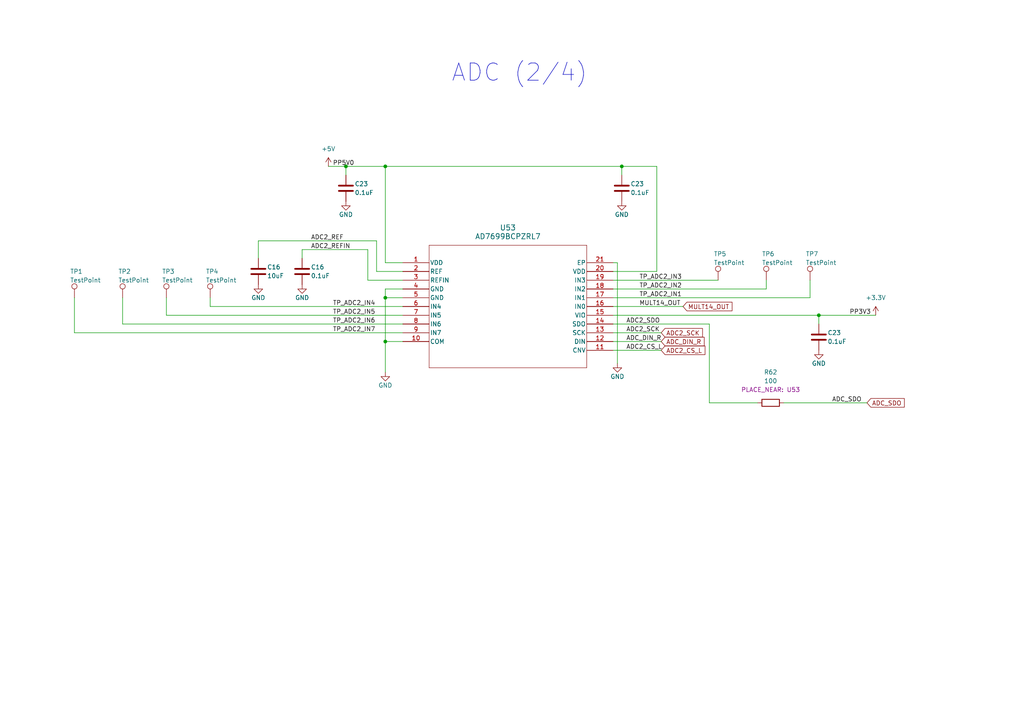
<source format=kicad_sch>
(kicad_sch (version 20230121) (generator eeschema)
  (paper "A4")
  (lib_symbols
    (symbol "AD7699BCPZRL7:AD7699BCPZRL7" (pin_names (offset 0.254))
      (property "Reference" "U" (at 30.48 10.16 0))
      (property "Value" "AD7699BCPZRL7" (at 30.48 7.62 0))
      (symbol "AD7699BCPZRL7_0_1"
        (polyline (pts (xy 7.62 -30.48) (xy 53.34 -30.48)) (stroke (width 0.127)))
        (polyline (pts (xy 7.62 5.08) (xy 7.62 -30.48)) (stroke (width 0.127)))
        (polyline (pts (xy 53.34 -30.48) (xy 53.34 5.08)) (stroke (width 0.127)))
        (polyline (pts (xy 53.34 5.08) (xy 7.62 5.08)) (stroke (width 0.127)))
        (pin power_in line (at 0 0 0) (length 7.62) (name "VDD") (number "1"))
        (pin unspecified line (at 0 -22.86 0) (length 7.62) (name "COM") (number "10"))
        (pin unspecified line (at 60.96 -25.4 180) (length 7.62) (name "CNV") (number "11"))
        (pin unspecified line (at 60.96 -22.86 180) (length 7.62) (name "DIN") (number "12"))
        (pin unspecified line (at 60.96 -20.32 180) (length 7.62) (name "SCK") (number "13"))
        (pin unspecified line (at 60.96 -17.78 180) (length 7.62) (name "SDO") (number "14"))
        (pin power_in line (at 60.96 -15.24 180) (length 7.62) (name "VIO") (number "15"))
        (pin unspecified line (at 60.96 -12.7 180) (length 7.62) (name "IN0") (number "16"))
        (pin unspecified line (at 60.96 -10.16 180) (length 7.62) (name "IN1") (number "17"))
        (pin unspecified line (at 60.96 -7.62 180) (length 7.62) (name "IN2") (number "18"))
        (pin unspecified line (at 60.96 -5.08 180) (length 7.62) (name "IN3") (number "19"))
        (pin unspecified line (at 0 -2.54 0) (length 7.62) (name "REF") (number "2"))
        (pin power_in line (at 60.96 -2.54 180) (length 7.62) (name "VDD") (number "20"))
        (pin unspecified line (at 60.96 0 180) (length 7.62) (name "EP") (number "21"))
        (pin unspecified line (at 0 -5.08 0) (length 7.62) (name "REFIN") (number "3"))
        (pin unspecified line (at 0 -7.62 0) (length 7.62) (name "GND") (number "4"))
        (pin unspecified line (at 0 -10.16 0) (length 7.62) (name "GND") (number "5"))
        (pin unspecified line (at 0 -12.7 0) (length 7.62) (name "IN4") (number "6"))
        (pin unspecified line (at 0 -15.24 0) (length 7.62) (name "IN5") (number "7"))
        (pin unspecified line (at 0 -17.78 0) (length 7.62) (name "IN6") (number "8"))
        (pin unspecified line (at 0 -20.32 0) (length 7.62) (name "IN7") (number "9"))
      )
    )
    (symbol "Connector:TestPoint" (pin_numbers hide) (pin_names (offset 0.762) hide)
      (property "Reference" "TP" (at 0 6.858 0))
      (property "Value" "TestPoint" (at 0 5.08 0))
      (symbol "TestPoint_0_1"
        (circle (center 0 3.302) (radius 0.762))
      )
      (symbol "TestPoint_1_1"
        (pin passive line (at 0 0 90) (length 2.54) (name "1") (number "1"))
      )
    )
    (symbol "Device:C" (pin_numbers hide) (pin_names (offset 0.254))
      (property "Reference" "C" (at 0.635 2.54 0))
      (property "Value" "C" (at 0.635 -2.54 0))
      (symbol "C_0_1"
        (polyline (pts (xy -2.032 -0.762) (xy 2.032 -0.762)) (stroke (width 0.508)))
        (polyline (pts (xy -2.032 0.762) (xy 2.032 0.762)) (stroke (width 0.508)))
      )
      (symbol "C_1_1"
        (pin passive line (at 0 3.81 270) (length 2.794) (name "~") (number "1"))
        (pin passive line (at 0 -3.81 90) (length 2.794) (name "~") (number "2"))
      )
    )
    (symbol "Device:R" (pin_numbers hide) (pin_names (offset 0))
      (property "Reference" "R" (at 2.032 0 90))
      (property "Value" "R" (at 0 0 90))
      (symbol "R_0_1"
        (rectangle (start -1.016 -2.54) (end 1.016 2.54) (stroke (width 0.254)))
      )
      (symbol "R_1_1"
        (pin passive line (at 0 3.81 270) (length 1.27) (name "~") (number "1"))
        (pin passive line (at 0 -3.81 90) (length 1.27) (name "~") (number "2"))
      )
    )
    (symbol "power:+3.3V" (power) (pin_names (offset 0))
      (property "Value" "+3.3V" (at 0 3.556 0))
      (symbol "+3.3V_0_1"
        (polyline (pts (xy -0.762 1.27) (xy 0 2.54)))
        (polyline (pts (xy 0 0) (xy 0 2.54)))
        (polyline (pts (xy 0 2.54) (xy 0.762 1.27)))
      )
      (symbol "+3.3V_1_1"
        (pin power_in line (at 0 0 90) (length 0) hide (name "+3.3V") (number "1"))
      )
    )
    (symbol "power:+5V" (power) (pin_names (offset 0))
      (property "Value" "+5V" (at 0 3.556 0))
      (symbol "+5V_0_1"
        (polyline (pts (xy -0.762 1.27) (xy 0 2.54)))
        (polyline (pts (xy 0 0) (xy 0 2.54)))
        (polyline (pts (xy 0 2.54) (xy 0.762 1.27)))
      )
      (symbol "+5V_1_1"
        (pin power_in line (at 0 0 90) (length 0) hide (name "+5V") (number "1"))
      )
    )
    (symbol "power:GND" (power) (pin_names (offset 0))
      (property "Value" "GND" (at 0 -3.81 0))
      (symbol "GND_0_1"
        (polyline (pts (xy 0 0) (xy 0 -1.27) (xy 1.27 -1.27) (xy 0 -2.54) (xy -1.27 -1.27) (xy 0 -1.27)))
      )
      (symbol "GND_1_1"
        (pin power_in line (at 0 0 270) (length 0) hide (name "GND") (number "1"))
      )
    )
  )
  (junction (at 111.76 86.36))
  (junction (at 111.76 99.06))
  (junction (at 180.34 48.26))
  (junction (at 111.76 48.26))
  (junction (at 237.49 91.44))
  (junction (at 100.33 48.26))
  (wire (pts (xy 87.63 72.39) (xy 87.63 74.93)))
  (wire (pts (xy 177.8 88.9) (xy 198.12 88.9)))
  (wire (pts (xy 48.26 91.44) (xy 116.84 91.44)))
  (wire (pts (xy 111.76 86.36) (xy 111.76 99.06)))
  (wire (pts (xy 111.76 76.2) (xy 111.76 48.26)))
  (wire (pts (xy 180.34 48.26) (xy 180.34 50.8)))
  (wire (pts (xy 111.76 86.36) (xy 116.84 86.36)))
  (wire (pts (xy 177.8 93.98) (xy 205.74 93.98)))
  (wire (pts (xy 35.56 86.36) (xy 35.56 93.98)))
  (wire (pts (xy 109.22 69.85) (xy 109.22 78.74)))
  (wire (pts (xy 227.33 116.84) (xy 251.46 116.84)))
  (wire (pts (xy 60.96 88.9) (xy 116.84 88.9)))
  (wire (pts (xy 74.93 69.85) (xy 74.93 74.93)))
  (wire (pts (xy 237.49 91.44) (xy 237.49 93.98)))
  (wire (pts (xy 222.25 83.82) (xy 222.25 81.28)))
  (wire (pts (xy 111.76 99.06) (xy 116.84 99.06)))
  (wire (pts (xy 179.07 76.2) (xy 177.8 76.2)))
  (wire (pts (xy 179.07 105.41) (xy 179.07 76.2)))
  (wire (pts (xy 21.59 86.36) (xy 21.59 96.52)))
  (wire (pts (xy 116.84 83.82) (xy 111.76 83.82)))
  (wire (pts (xy 109.22 78.74) (xy 116.84 78.74)))
  (wire (pts (xy 106.68 81.28) (xy 116.84 81.28)))
  (wire (pts (xy 177.8 99.06) (xy 191.77 99.06)))
  (wire (pts (xy 35.56 93.98) (xy 116.84 93.98)))
  (wire (pts (xy 177.8 101.6) (xy 191.77 101.6)))
  (wire (pts (xy 177.8 91.44) (xy 237.49 91.44)))
  (wire (pts (xy 100.33 48.26) (xy 100.33 50.8)))
  (wire (pts (xy 177.8 96.52) (xy 191.77 96.52)))
  (wire (pts (xy 111.76 99.06) (xy 111.76 107.95)))
  (wire (pts (xy 177.8 81.28) (xy 208.28 81.28)))
  (wire (pts (xy 60.96 86.36) (xy 60.96 88.9)))
  (wire (pts (xy 237.49 91.44) (xy 254 91.44)))
  (wire (pts (xy 87.63 72.39) (xy 106.68 72.39)))
  (wire (pts (xy 100.33 48.26) (xy 111.76 48.26)))
  (wire (pts (xy 177.8 83.82) (xy 222.25 83.82)))
  (wire (pts (xy 74.93 69.85) (xy 109.22 69.85)))
  (wire (pts (xy 190.5 48.26) (xy 180.34 48.26)))
  (wire (pts (xy 190.5 78.74) (xy 190.5 48.26)))
  (wire (pts (xy 106.68 72.39) (xy 106.68 81.28)))
  (wire (pts (xy 116.84 76.2) (xy 111.76 76.2)))
  (wire (pts (xy 48.26 86.36) (xy 48.26 91.44)))
  (wire (pts (xy 234.95 86.36) (xy 234.95 81.28)))
  (wire (pts (xy 205.74 116.84) (xy 219.71 116.84)))
  (wire (pts (xy 180.34 48.26) (xy 111.76 48.26)))
  (wire (pts (xy 21.59 96.52) (xy 116.84 96.52)))
  (wire (pts (xy 95.25 48.26) (xy 100.33 48.26)))
  (wire (pts (xy 205.74 93.98) (xy 205.74 116.84)))
  (wire (pts (xy 177.8 78.74) (xy 190.5 78.74)))
  (wire (pts (xy 111.76 83.82) (xy 111.76 86.36)))
  (wire (pts (xy 177.8 86.36) (xy 234.95 86.36)))
  (text "ADC (2/4)" (at 130.81 24.13 0) (effects (font (size 5 5)) (justify left bottom)))
  (label "ADC2_REF" (at 90.17 69.85 0))
  (label "TP_ADC2_IN6" (at 96.52 93.98 0))
  (label "ADC_SDO" (at 241.3 116.84 0))
  (label "TP_ADC2_IN4" (at 96.52 88.9 0))
  (label "ADC2_SCK" (at 181.61 96.52 0))
  (label "ADC_DIN_R" (at 181.61 99.06 0))
  (label "ADC2_REFIN" (at 90.17 72.39 0))
  (label "PP3V3" (at 246.38 91.44 0))
  (label "TP_ADC2_IN2" (at 185.42 83.82 0))
  (label "ADC2_CS_L" (at 181.61 101.6 0))
  (label "TP_ADC2_IN1" (at 185.42 86.36 0))
  (label "TP_ADC2_IN7" (at 96.52 96.52 0))
  (label "TP_ADC2_IN3" (at 185.42 81.28 0))
  (label "TP_ADC2_IN5" (at 96.52 91.44 0))
  (label "MULT14_OUT" (at 185.42 88.9 0))
  (label "ADC2_SDO" (at 181.61 93.98 0))
  (label "PP5V0" (at 96.52 48.26 0))
  (global_label "ADC2_CS_L" (shape input) (at 191.77 101.6 0) (property "Intersheetrefs" "${INTERSHEET_REFS}" (effects hide)))
  (global_label "ADC2_SCK" (shape input) (at 191.77 96.52 0) (property "Intersheetrefs" "${INTERSHEET_REFS}" (effects hide)))
  (global_label "MULT14_OUT" (shape input) (at 198.1047 88.9 0) (property "Intersheetrefs" "${INTERSHEET_REFS}" (effects hide)))
  (global_label "ADC_DIN_R" (shape input) (at 191.77 99.06 0) (property "Intersheetrefs" "${INTERSHEET_REFS}" (effects hide)))
  (global_label "ADC_SDO" (shape input) (at 251.46 116.84 0) (property "Intersheetrefs" "${INTERSHEET_REFS}" (effects hide)))
  (symbol (lib_id "Connector:TestPoint") (at 222.25 81.28 0) (unit 1)
    (property "Reference" "TP6" (at 220.98 73.66 0) (effects (justify left)))
    (property "Value" "TestPoint" (at 220.98 76.2 0) (effects (justify left)))
    (property "Footprint" "TestPoint:TestPoint_Pad_1.0x1.0mm" (effects hide))
    (instances (project "fydp" (path "" (reference "TP6") (unit 1)) (path "" (reference "TP13") (unit 1))) (project "untitled" (path "" (reference "TP2") (unit 1))))
  )
  (symbol (lib_id "Device:R") (at 223.52 116.84 270) (unit 1)
    (property "Reference" "R62" (at 223.52 107.95 90))
    (property "Value" "100" (at 223.52 110.49 90))
    (property "Footprint" "Resistor_SMD:R_0805_2012Metric" (effects hide))
    (property "PLACE_NEAR" "U53" (at 223.52 113.03 90) (show_name))
    (instances (project "fydp" (path "" (reference "R62") (unit 1)) (path "" (reference "R33") (unit 1)) (path "" (reference "R36") (unit 1))) (project "untitled" (path "" (reference "R62") (unit 1))))
  )
  (symbol (lib_id "power:GND") (at 74.93 82.55 0) (unit 1)
    (property "Reference" "#PWR024" (effects hide))
    (property "Value" "GND" (at 74.93 86.36 0))
    (instances (project "fydp" (path "" (reference "#PWR024") (unit 1)) (path "" (reference "#PWR048") (unit 1)) (path "" (reference "#PWR084") (unit 1)) (path "" (reference "#PWR0120") (unit 1)) (path "" (reference "#PWR0192") (unit 1)) (path "" (reference "#PWR0156") (unit 1)) (path "" (reference "#PWR0228") (unit 1)) (path "" (reference "#PWR0264") (unit 1)) (path "" (reference "#PWR099") (unit 1)) (path "" (reference "#PWR0207") (unit 1))) (project "untitled" (path "" (reference "#PWR024") (unit 1))))
  )
  (symbol (lib_id "Connector:TestPoint") (at 234.95 81.28 0) (unit 1)
    (property "Reference" "TP7" (at 233.68 73.66 0) (effects (justify left)))
    (property "Value" "TestPoint" (at 233.68 76.2 0) (effects (justify left)))
    (property "Footprint" "TestPoint:TestPoint_Pad_1.0x1.0mm" (effects hide))
    (instances (project "fydp" (path "" (reference "TP7") (unit 1)) (path "" (reference "TP14") (unit 1))) (project "untitled" (path "" (reference "TP2") (unit 1))))
  )
  (symbol (lib_id "Device:C") (at 74.93 78.74 0) (unit 1)
    (property "Reference" "C16" (at 77.47 77.47 0) (effects (justify left)))
    (property "Value" "10uF" (at 77.47 80.01 0) (effects (justify left)))
    (property "Footprint" "Capacitor_SMD:C_0805_2012Metric" (effects hide))
    (instances (project "fydp" (path "" (reference "C16") (unit 1)) (path "" (reference "C32") (unit 1)) (path "" (reference "C56") (unit 1)) (path "" (reference "C80") (unit 1)) (path "" (reference "C128") (unit 1)) (path "" (reference "C104") (unit 1)) (path "" (reference "C152") (unit 1)) (path "" (reference "C176") (unit 1)) (path "" (reference "C205") (unit 1)) (path "" (reference "C209") (unit 1))) (project "untitled" (path "" (reference "C16") (unit 1))))
  )
  (symbol (lib_id "Device:C") (at 180.34 54.61 0) (unit 1)
    (property "Reference" "C23" (at 182.88 53.34 0) (effects (justify left)))
    (property "Value" "0.1uF" (at 182.88 55.88 0) (effects (justify left)))
    (property "Footprint" "Capacitor_SMD:C_0805_2012Metric" (effects hide))
    (instances (project "fydp" (path "" (reference "C23") (unit 1)) (path "" (reference "C46") (unit 1)) (path "" (reference "C70") (unit 1)) (path "" (reference "C94") (unit 1)) (path "" (reference "C142") (unit 1)) (path "" (reference "C118") (unit 1)) (path "" (reference "C166") (unit 1)) (path "" (reference "C190") (unit 1)) (path "" (reference "C207") (unit 1)) (path "" (reference "C2") (unit 1))) (project "untitled" (path "" (reference "C23") (unit 1))))
  )
  (symbol (lib_id "Connector:TestPoint") (at 208.28 81.28 0) (unit 1)
    (property "Reference" "TP5" (at 207.01 73.66 0) (effects (justify left)))
    (property "Value" "TestPoint" (at 207.01 76.2 0) (effects (justify left)))
    (property "Footprint" "TestPoint:TestPoint_Pad_1.0x1.0mm" (effects hide))
    (instances (project "fydp" (path "" (reference "TP5") (unit 1)) (path "" (reference "TP12") (unit 1))) (project "untitled" (path "" (reference "TP2") (unit 1))))
  )
  (symbol (lib_id "power:GND") (at 237.49 101.6 0) (unit 1)
    (property "Reference" "#PWR035" (effects hide))
    (property "Value" "GND" (at 237.49 105.41 0))
    (instances (project "fydp" (path "" (reference "#PWR035") (unit 1)) (path "" (reference "#PWR070") (unit 1)) (path "" (reference "#PWR0106") (unit 1)) (path "" (reference "#PWR0142") (unit 1)) (path "" (reference "#PWR0214") (unit 1)) (path "" (reference "#PWR0178") (unit 1)) (path "" (reference "#PWR0250") (unit 1)) (path "" (reference "#PWR0286") (unit 1)) (path "" (reference "#PWR0172") (unit 1)) (path "" (reference "#PWR0280") (unit 1))) (project "untitled" (path "" (reference "#PWR035") (unit 1))))
  )
  (symbol (lib_id "power:GND") (at 180.34 58.42 0) (unit 1)
    (property "Reference" "#PWR035" (effects hide))
    (property "Value" "GND" (at 180.34 62.23 0))
    (instances (project "fydp" (path "" (reference "#PWR035") (unit 1)) (path "" (reference "#PWR070") (unit 1)) (path "" (reference "#PWR0106") (unit 1)) (path "" (reference "#PWR0142") (unit 1)) (path "" (reference "#PWR0214") (unit 1)) (path "" (reference "#PWR0178") (unit 1)) (path "" (reference "#PWR0250") (unit 1)) (path "" (reference "#PWR0286") (unit 1)) (path "" (reference "#PWR0135") (unit 1)) (path "" (reference "#PWR08") (unit 1))) (project "untitled" (path "" (reference "#PWR035") (unit 1))))
  )
  (symbol (lib_id "Device:C") (at 100.33 54.61 0) (unit 1)
    (property "Reference" "C23" (at 102.87 53.34 0) (effects (justify left)))
    (property "Value" "0.1uF" (at 102.87 55.88 0) (effects (justify left)))
    (property "Footprint" "Capacitor_SMD:C_0805_2012Metric" (effects hide))
    (instances (project "fydp" (path "" (reference "C23") (unit 1)) (path "" (reference "C46") (unit 1)) (path "" (reference "C70") (unit 1)) (path "" (reference "C94") (unit 1)) (path "" (reference "C142") (unit 1)) (path "" (reference "C118") (unit 1)) (path "" (reference "C166") (unit 1)) (path "" (reference "C190") (unit 1)) (path "" (reference "C207") (unit 1)) (path "" (reference "C211") (unit 1))) (project "untitled" (path "" (reference "C23") (unit 1))))
  )
  (symbol (lib_id "Device:C") (at 87.63 78.74 0) (unit 1)
    (property "Reference" "C16" (at 90.17 77.47 0) (effects (justify left)))
    (property "Value" "0.1uF" (at 90.17 80.01 0) (effects (justify left)))
    (property "Footprint" "Capacitor_SMD:C_0805_2012Metric" (effects hide))
    (instances (project "fydp" (path "" (reference "C16") (unit 1)) (path "" (reference "C32") (unit 1)) (path "" (reference "C56") (unit 1)) (path "" (reference "C80") (unit 1)) (path "" (reference "C128") (unit 1)) (path "" (reference "C104") (unit 1)) (path "" (reference "C152") (unit 1)) (path "" (reference "C176") (unit 1)) (path "" (reference "C206") (unit 1)) (path "" (reference "C210") (unit 1))) (project "untitled" (path "" (reference "C16") (unit 1))))
  )
  (symbol (lib_id "Device:C") (at 237.49 97.79 0) (unit 1)
    (property "Reference" "C23" (at 240.03 96.52 0) (effects (justify left)))
    (property "Value" "0.1uF" (at 240.03 99.06 0) (effects (justify left)))
    (property "Footprint" "Capacitor_SMD:C_0805_2012Metric" (effects hide))
    (instances (project "fydp" (path "" (reference "C23") (unit 1)) (path "" (reference "C46") (unit 1)) (path "" (reference "C70") (unit 1)) (path "" (reference "C94") (unit 1)) (path "" (reference "C142") (unit 1)) (path "" (reference "C118") (unit 1)) (path "" (reference "C166") (unit 1)) (path "" (reference "C190") (unit 1)) (path "" (reference "C208") (unit 1)) (path "" (reference "C212") (unit 1))) (project "untitled" (path "" (reference "C23") (unit 1))))
  )
  (symbol (lib_id "power:+3.3V") (at 254 91.44 0) (unit 1)
    (property "Reference" "#PWR013" (effects hide))
    (property "Value" "+3.3V" (at 254 86.36 0))
    (instances (project "fydp" (path "" (reference "#PWR013") (unit 1)) (path "" (reference "#PWR031") (unit 1)) (path "" (reference "#PWR0205") (unit 1))))
  )
  (symbol (lib_id "Connector:TestPoint") (at 35.56 86.36 0) (unit 1)
    (property "Reference" "TP2" (at 34.29 78.74 0) (effects (justify left)))
    (property "Value" "TestPoint" (at 34.29 81.28 0) (effects (justify left)))
    (property "Footprint" "TestPoint:TestPoint_Pad_1.0x1.0mm" (effects hide))
    (instances (project "fydp" (path "" (reference "TP2") (unit 1)) (path "" (reference "TP9") (unit 1))) (project "untitled" (path "" (reference "TP2") (unit 1))))
  )
  (symbol (lib_id "Connector:TestPoint") (at 21.59 86.36 0) (unit 1)
    (property "Reference" "TP1" (at 20.32 78.74 0) (effects (justify left)))
    (property "Value" "TestPoint" (at 20.32 81.28 0) (effects (justify left)))
    (property "Footprint" "TestPoint:TestPoint_Pad_1.0x1.0mm" (effects hide))
    (instances (project "fydp" (path "" (reference "TP1") (unit 1)) (path "" (reference "TP8") (unit 1))) (project "untitled" (path "" (reference "TP2") (unit 1))))
  )
  (symbol (lib_id "power:GND") (at 100.33 58.42 0) (unit 1)
    (property "Reference" "#PWR035" (effects hide))
    (property "Value" "GND" (at 100.33 62.23 0))
    (instances (project "fydp" (path "" (reference "#PWR035") (unit 1)) (path "" (reference "#PWR070") (unit 1)) (path "" (reference "#PWR0106") (unit 1)) (path "" (reference "#PWR0142") (unit 1)) (path "" (reference "#PWR0214") (unit 1)) (path "" (reference "#PWR0178") (unit 1)) (path "" (reference "#PWR0250") (unit 1)) (path "" (reference "#PWR0286") (unit 1)) (path "" (reference "#PWR0135") (unit 1)) (path "" (reference "#PWR0243") (unit 1))) (project "untitled" (path "" (reference "#PWR035") (unit 1))))
  )
  (symbol (lib_id "power:GND") (at 111.76 107.95 0) (unit 1)
    (property "Reference" "#PWR035" (effects hide))
    (property "Value" "GND" (at 111.76 111.76 0))
    (instances (project "fydp" (path "" (reference "#PWR035") (unit 1)) (path "" (reference "#PWR070") (unit 1)) (path "" (reference "#PWR0106") (unit 1)) (path "" (reference "#PWR0142") (unit 1)) (path "" (reference "#PWR0214") (unit 1)) (path "" (reference "#PWR0178") (unit 1)) (path "" (reference "#PWR0250") (unit 1)) (path "" (reference "#PWR0286") (unit 1)) (path "" (reference "#PWR0136") (unit 1)) (path "" (reference "#PWR0244") (unit 1))) (project "untitled" (path "" (reference "#PWR035") (unit 1))))
  )
  (symbol (lib_id "power:GND") (at 179.07 105.41 0) (unit 1)
    (property "Reference" "#PWR035" (effects hide))
    (property "Value" "GND" (at 179.07 109.22 0))
    (instances (project "fydp" (path "" (reference "#PWR035") (unit 1)) (path "" (reference "#PWR070") (unit 1)) (path "" (reference "#PWR0106") (unit 1)) (path "" (reference "#PWR0142") (unit 1)) (path "" (reference "#PWR0214") (unit 1)) (path "" (reference "#PWR0178") (unit 1)) (path "" (reference "#PWR0250") (unit 1)) (path "" (reference "#PWR0286") (unit 1)) (path "" (reference "#PWR0171") (unit 1)) (path "" (reference "#PWR0279") (unit 1))) (project "untitled" (path "" (reference "#PWR035") (unit 1))))
  )
  (symbol (lib_id "power:GND") (at 87.63 82.55 0) (unit 1)
    (property "Reference" "#PWR024" (effects hide))
    (property "Value" "GND" (at 87.63 86.36 0))
    (instances (project "fydp" (path "" (reference "#PWR024") (unit 1)) (path "" (reference "#PWR048") (unit 1)) (path "" (reference "#PWR084") (unit 1)) (path "" (reference "#PWR0120") (unit 1)) (path "" (reference "#PWR0192") (unit 1)) (path "" (reference "#PWR0156") (unit 1)) (path "" (reference "#PWR0228") (unit 1)) (path "" (reference "#PWR0264") (unit 1)) (path "" (reference "#PWR0100") (unit 1)) (path "" (reference "#PWR0208") (unit 1))) (project "untitled" (path "" (reference "#PWR024") (unit 1))))
  )
  (symbol (lib_id "power:+5V") (at 95.25 48.26 0) (unit 1)
    (property "Reference" "#PWR021" (effects hide))
    (property "Value" "+5V" (at 95.25 43.18 0))
    (instances (project "fydp" (path "" (reference "#PWR021") (unit 1)) (path "" (reference "#PWR052") (unit 1)) (path "" (reference "#PWR085") (unit 1)) (path "" (reference "#PWR0195") (unit 1)) (path "" (reference "#PWR0206") (unit 1))))
  )
  (symbol (lib_id "AD7699BCPZRL7:AD7699BCPZRL7") (at 116.84 76.2 0) (unit 1)
    (property "Reference" "U53" (at 147.32 66.04 0) (effects (font (size 1.524 1.524))))
    (property "Value" "AD7699BCPZRL7" (at 147.32 68.58 0) (effects (font (size 1.524 1.524))))
    (property "Footprint" "fydp:CP_20_4_ADI" (effects hide))
    (property "Datasheet" "AD7699BCPZRL7" (effects hide))
    (instances (project "fydp" (path "" (reference "U53") (unit 1)) (path "" (reference "U54") (unit 1))) (project "untitled" (path "" (reference "U57") (unit 1))))
  )
  (symbol (lib_id "Connector:TestPoint") (at 60.96 86.36 0) (unit 1)
    (property "Reference" "TP4" (at 59.69 78.74 0) (effects (justify left)))
    (property "Value" "TestPoint" (at 59.69 81.28 0) (effects (justify left)))
    (property "Footprint" "TestPoint:TestPoint_Pad_1.0x1.0mm" (effects hide))
    (instances (project "fydp" (path "" (reference "TP4") (unit 1)) (path "" (reference "TP11") (unit 1))) (project "untitled" (path "" (reference "TP2") (unit 1))))
  )
  (symbol (lib_id "Connector:TestPoint") (at 48.26 86.36 0) (unit 1)
    (property "Reference" "TP3" (at 46.99 78.74 0) (effects (justify left)))
    (property "Value" "TestPoint" (at 46.99 81.28 0) (effects (justify left)))
    (property "Footprint" "TestPoint:TestPoint_Pad_1.0x1.0mm" (effects hide))
    (instances (project "fydp" (path "" (reference "TP3") (unit 1)) (path "" (reference "TP10") (unit 1))) (project "untitled" (path "" (reference "TP2") (unit 1))))
  )
)
</source>
